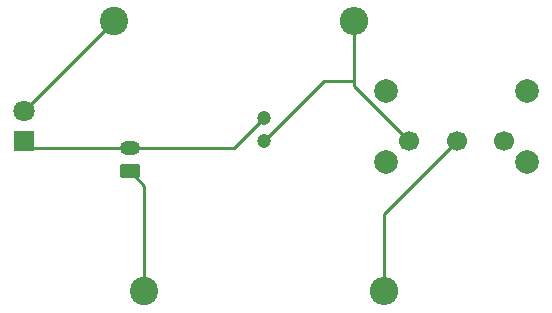
<source format=gbr>
%TF.GenerationSoftware,KiCad,Pcbnew,(6.0.10)*%
%TF.CreationDate,2023-02-23T16:01:06-08:00*%
%TF.ProjectId,lab4 Exercise 1,6c616234-2045-4786-9572-636973652031,rev?*%
%TF.SameCoordinates,Original*%
%TF.FileFunction,Copper,L1,Top*%
%TF.FilePolarity,Positive*%
%FSLAX46Y46*%
G04 Gerber Fmt 4.6, Leading zero omitted, Abs format (unit mm)*
G04 Created by KiCad (PCBNEW (6.0.10)) date 2023-02-23 16:01:06*
%MOMM*%
%LPD*%
G01*
G04 APERTURE LIST*
G04 Aperture macros list*
%AMRoundRect*
0 Rectangle with rounded corners*
0 $1 Rounding radius*
0 $2 $3 $4 $5 $6 $7 $8 $9 X,Y pos of 4 corners*
0 Add a 4 corners polygon primitive as box body*
4,1,4,$2,$3,$4,$5,$6,$7,$8,$9,$2,$3,0*
0 Add four circle primitives for the rounded corners*
1,1,$1+$1,$2,$3*
1,1,$1+$1,$4,$5*
1,1,$1+$1,$6,$7*
1,1,$1+$1,$8,$9*
0 Add four rect primitives between the rounded corners*
20,1,$1+$1,$2,$3,$4,$5,0*
20,1,$1+$1,$4,$5,$6,$7,0*
20,1,$1+$1,$6,$7,$8,$9,0*
20,1,$1+$1,$8,$9,$2,$3,0*%
G04 Aperture macros list end*
%TA.AperFunction,ComponentPad*%
%ADD10R,1.800000X1.800000*%
%TD*%
%TA.AperFunction,ComponentPad*%
%ADD11C,1.800000*%
%TD*%
%TA.AperFunction,ComponentPad*%
%ADD12C,2.000000*%
%TD*%
%TA.AperFunction,ComponentPad*%
%ADD13C,1.700000*%
%TD*%
%TA.AperFunction,ComponentPad*%
%ADD14RoundRect,0.250000X0.625000X-0.350000X0.625000X0.350000X-0.625000X0.350000X-0.625000X-0.350000X0*%
%TD*%
%TA.AperFunction,ComponentPad*%
%ADD15O,1.750000X1.200000*%
%TD*%
%TA.AperFunction,ComponentPad*%
%ADD16C,1.200000*%
%TD*%
%TA.AperFunction,ComponentPad*%
%ADD17C,2.400000*%
%TD*%
%TA.AperFunction,ComponentPad*%
%ADD18O,2.400000X2.400000*%
%TD*%
%TA.AperFunction,Conductor*%
%ADD19C,0.250000*%
%TD*%
G04 APERTURE END LIST*
D10*
%TO.P,D1,1,K*%
%TO.N,Net-(C1-Pad2)*%
X124460000Y-88900000D03*
D11*
%TO.P,D1,2,A*%
%TO.N,Net-(D1-Pad2)*%
X124460000Y-86360000D03*
%TD*%
D12*
%TO.P,SW1,*%
%TO.N,*%
X155100000Y-84650000D03*
X167100000Y-90650000D03*
X155100000Y-90650000D03*
X167100000Y-84650000D03*
D13*
%TO.P,SW1,1,A*%
%TO.N,unconnected-(SW1-Pad1)*%
X165100000Y-88900000D03*
%TO.P,SW1,2,B*%
%TO.N,Net-(R2-Pad2)*%
X161100000Y-88900000D03*
%TO.P,SW1,3,C*%
%TO.N,Net-(C1-Pad1)*%
X157100000Y-88900000D03*
%TD*%
D14*
%TO.P,J1,1,Pin_1*%
%TO.N,Net-(J1-Pad1)*%
X133420000Y-91440000D03*
D15*
%TO.P,J1,2,Pin_2*%
%TO.N,Net-(C1-Pad2)*%
X133420000Y-89440000D03*
%TD*%
D16*
%TO.P,C1,1*%
%TO.N,Net-(C1-Pad1)*%
X144780000Y-88900000D03*
%TO.P,C1,2*%
%TO.N,Net-(C1-Pad2)*%
X144780000Y-86900000D03*
%TD*%
D17*
%TO.P,R2,1*%
%TO.N,Net-(J1-Pad1)*%
X134620000Y-101600000D03*
D18*
%TO.P,R2,2*%
%TO.N,Net-(R2-Pad2)*%
X154940000Y-101600000D03*
%TD*%
D17*
%TO.P,R1,1*%
%TO.N,Net-(D1-Pad2)*%
X132080000Y-78740000D03*
D18*
%TO.P,R1,2*%
%TO.N,Net-(C1-Pad1)*%
X152400000Y-78740000D03*
%TD*%
D19*
%TO.N,Net-(C1-Pad1)*%
X149860000Y-83820000D02*
X152400000Y-83820000D01*
X152400000Y-84200000D02*
X157100000Y-88900000D01*
X152400000Y-83820000D02*
X152400000Y-84200000D01*
X144780000Y-88900000D02*
X149860000Y-83820000D01*
X152400000Y-78740000D02*
X152400000Y-83820000D01*
%TO.N,Net-(C1-Pad2)*%
X133420000Y-89440000D02*
X142240000Y-89440000D01*
X142240000Y-89440000D02*
X144780000Y-86900000D01*
X125000000Y-89440000D02*
X124460000Y-88900000D01*
X133420000Y-89440000D02*
X125000000Y-89440000D01*
%TO.N,Net-(D1-Pad2)*%
X124460000Y-86360000D02*
X132080000Y-78740000D01*
%TO.N,Net-(J1-Pad1)*%
X134620000Y-101600000D02*
X134620000Y-92640000D01*
X134620000Y-92640000D02*
X133420000Y-91440000D01*
%TO.N,Net-(R2-Pad2)*%
X161100000Y-88900000D02*
X154940000Y-95060000D01*
X154940000Y-95060000D02*
X154940000Y-101600000D01*
%TD*%
M02*

</source>
